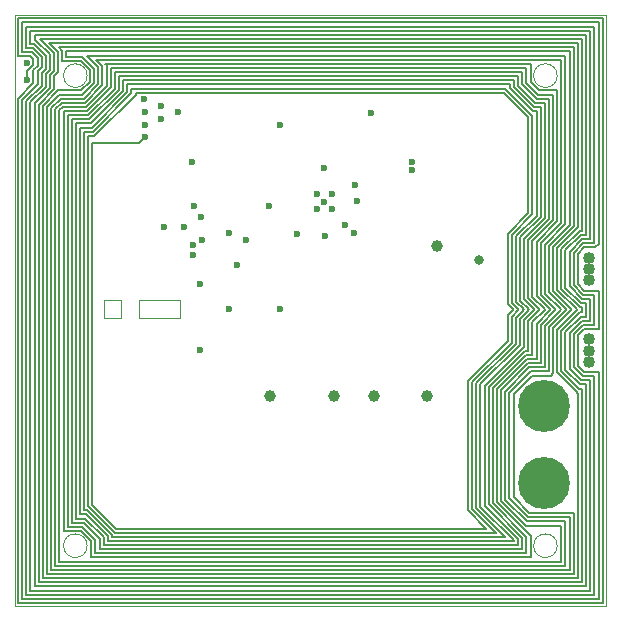
<source format=gbr>
%TF.GenerationSoftware,KiCad,Pcbnew,5.0.2-bee76a0~70~ubuntu18.04.1*%
%TF.CreationDate,2020-02-29T12:44:50-08:00*%
%TF.ProjectId,SolarCell+Y,536f6c61-7243-4656-9c6c-2b592e6b6963,rev?*%
%TF.SameCoordinates,Original*%
%TF.FileFunction,Copper,L2,Inr*%
%TF.FilePolarity,Positive*%
%FSLAX46Y46*%
G04 Gerber Fmt 4.6, Leading zero omitted, Abs format (unit mm)*
G04 Created by KiCad (PCBNEW 5.0.2-bee76a0~70~ubuntu18.04.1) date Sat 29 Feb 2020 12:44:50 PM PST*
%MOMM*%
%LPD*%
G01*
G04 APERTURE LIST*
%ADD10C,0.050000*%
%ADD11C,1.000000*%
%ADD12C,1.016000*%
%ADD13C,4.400000*%
%ADD14C,0.600000*%
%ADD15C,0.800000*%
%ADD16C,0.190000*%
G04 APERTURE END LIST*
D10*
X160500000Y-65600000D02*
X160500000Y-64100000D01*
X164000000Y-65600000D02*
X160500000Y-65600000D01*
X164000000Y-64100000D02*
X164000000Y-65600000D01*
X160500000Y-64100000D02*
X164000000Y-64100000D01*
X159000000Y-64100000D02*
X157500000Y-64100000D01*
X159000000Y-65650000D02*
X159000000Y-64100000D01*
X157500000Y-65650000D02*
X159000000Y-65650000D01*
X157500000Y-64100000D02*
X157500000Y-65650000D01*
X200000000Y-40000000D02*
X150000000Y-40000000D01*
X150000000Y-90000000D02*
X200000000Y-90000000D01*
X150000000Y-40000000D02*
X150000000Y-90000000D01*
X195900000Y-45100000D02*
G75*
G03X195900000Y-45100000I-1000000J0D01*
G01*
X156100000Y-84900000D02*
G75*
G03X156100000Y-84900000I-1000000J0D01*
G01*
X156100000Y-45100000D02*
G75*
G03X156100000Y-45100000I-1000000J0D01*
G01*
X195900000Y-84900000D02*
G75*
G03X195900000Y-84900000I-1000000J0D01*
G01*
X200000000Y-90000000D02*
X200000000Y-40000000D01*
D11*
X185750200Y-59512200D03*
X184835800Y-72263000D03*
X176987200Y-72263000D03*
X171602400Y-72263000D03*
X180424666Y-72263000D03*
D12*
X198566000Y-69330000D03*
X198566000Y-60530000D03*
X198566000Y-68380000D03*
X198566000Y-67430000D03*
X198566000Y-61480000D03*
X198566000Y-62430000D03*
D13*
X194800000Y-73100000D03*
X194800000Y-79600000D03*
D14*
X183593740Y-52415440D03*
X183593740Y-53050440D03*
X160978844Y-48166883D03*
X165112690Y-56134000D03*
X178796228Y-54378747D03*
X176174400Y-55806340D03*
X175574980Y-55144184D03*
X176844980Y-55144184D03*
X175567340Y-56413400D03*
X176844980Y-56388784D03*
X164338000Y-57912000D03*
X162575240Y-57912000D03*
X172417740Y-49303940D03*
X168148000Y-64897000D03*
X172466000Y-64897000D03*
X178689000Y-58420000D03*
X165684200Y-62738000D03*
X165684200Y-68300600D03*
X168148000Y-58420000D03*
X164973000Y-52451000D03*
X168783000Y-61147520D03*
D15*
X189300000Y-60700000D03*
D14*
X163830000Y-48196500D03*
X165700000Y-57100000D03*
X165862000Y-59055000D03*
X165100000Y-59436026D03*
X165100000Y-60325000D03*
X151000000Y-45500000D03*
X161036000Y-50292000D03*
X151003000Y-44005500D03*
X162359712Y-47637690D03*
X161036000Y-49276000D03*
X160909000Y-47117000D03*
X162369500Y-48750000D03*
X169560240Y-59019440D03*
X176184580Y-52959784D03*
X177942240Y-57749440D03*
X171528750Y-56161940D03*
X173878240Y-58471590D03*
X176218027Y-58650475D03*
X180164740Y-48224440D03*
X178954084Y-55753784D03*
D16*
X160528000Y-50800000D02*
X161036000Y-50292000D01*
X156550000Y-50800000D02*
X160528000Y-50800000D01*
X156550000Y-81450000D02*
X156550000Y-50800000D01*
X158550000Y-83450000D02*
X156550000Y-81450000D01*
X189900000Y-83450000D02*
X158550000Y-83450000D01*
X188350000Y-81900000D02*
X189900000Y-83450000D01*
X188350000Y-70950000D02*
X188350000Y-81900000D01*
X191700000Y-67600000D02*
X188350000Y-70950000D01*
X191700000Y-65400000D02*
X191700000Y-67600000D01*
X192150000Y-64950000D02*
X191700000Y-65400000D01*
X192150000Y-64900000D02*
X192150000Y-64950000D01*
X188700000Y-81800000D02*
X190700000Y-83800000D01*
X188700000Y-71050000D02*
X188700000Y-81800000D01*
X192050000Y-67700000D02*
X188700000Y-71050000D01*
X192050000Y-65500000D02*
X192050000Y-67700000D01*
X192600000Y-64950000D02*
X192050000Y-65500000D01*
X192600000Y-64900000D02*
X192600000Y-64950000D01*
X192050000Y-64350000D02*
X192600000Y-64900000D01*
X192050000Y-58600000D02*
X192050000Y-64350000D01*
X193800000Y-56850000D02*
X192050000Y-58600000D01*
X193800000Y-48500000D02*
X193800000Y-56850000D01*
X191500000Y-46200000D02*
X193800000Y-48500000D01*
X159850000Y-46200000D02*
X191500000Y-46200000D01*
X159850000Y-46600000D02*
X159850000Y-46200000D01*
X156600000Y-49850000D02*
X159850000Y-46600000D01*
X155850000Y-49850000D02*
X156600000Y-49850000D01*
X155850000Y-81900000D02*
X155850000Y-49850000D01*
X156100000Y-81900000D02*
X155850000Y-81900000D01*
X158200000Y-84000000D02*
X156100000Y-81900000D01*
X158200000Y-84150000D02*
X158200000Y-84000000D01*
X191500000Y-84150000D02*
X158200000Y-84150000D01*
X189050000Y-81700000D02*
X191500000Y-84150000D01*
X189050000Y-71150000D02*
X189050000Y-81700000D01*
X192400000Y-67800000D02*
X189050000Y-71150000D01*
X192400000Y-65600000D02*
X192400000Y-67800000D01*
X193000000Y-65000000D02*
X192400000Y-65600000D01*
X193000000Y-64950000D02*
X193000000Y-65000000D01*
X193050000Y-64900000D02*
X193000000Y-64950000D01*
X192400000Y-64250000D02*
X193050000Y-64900000D01*
X193850000Y-48100000D02*
X194150000Y-48100000D01*
X191900000Y-45850000D02*
X191900000Y-46150000D01*
X159500000Y-45850000D02*
X191900000Y-45850000D01*
X159500000Y-46500000D02*
X159500000Y-45850000D01*
X156500000Y-49500000D02*
X159500000Y-46500000D01*
X192750000Y-67900000D02*
X189400000Y-71250000D01*
X192750000Y-65700000D02*
X192750000Y-67900000D01*
X193450000Y-65000000D02*
X192750000Y-65700000D01*
X193450000Y-64950000D02*
X193450000Y-65000000D01*
X193500000Y-64900000D02*
X193450000Y-64950000D01*
X192750000Y-64150000D02*
X193500000Y-64900000D01*
X192750000Y-58800000D02*
X192750000Y-64150000D01*
X194500000Y-57050000D02*
X192750000Y-58800000D01*
X194500000Y-47750000D02*
X194500000Y-57050000D01*
X192250000Y-45500000D02*
X192250000Y-46050000D01*
X159150000Y-45500000D02*
X192250000Y-45500000D01*
X159150000Y-46400000D02*
X159150000Y-45500000D01*
X156400000Y-49150000D02*
X159150000Y-46400000D01*
X193750000Y-70500000D02*
X192200000Y-72050000D01*
X197100000Y-64900000D02*
X197100000Y-64950000D01*
X154450000Y-48450000D02*
X156200000Y-48450000D01*
X153700000Y-42700000D02*
X197300000Y-42700000D01*
X153400000Y-47950000D02*
X153950000Y-47400000D01*
X157500000Y-84850000D02*
X157500000Y-84200000D01*
X154000000Y-43000000D02*
X153700000Y-42700000D01*
X153400000Y-86600000D02*
X153400000Y-47950000D01*
X192600000Y-84850000D02*
X157500000Y-84850000D01*
X154000000Y-43850000D02*
X154000000Y-43000000D01*
X196600000Y-86600000D02*
X153400000Y-86600000D01*
X192600000Y-84350000D02*
X192600000Y-84850000D01*
X196600000Y-82850000D02*
X196600000Y-86600000D01*
X152350000Y-47650000D02*
X153651525Y-46348475D01*
X152350000Y-87650000D02*
X152350000Y-47650000D01*
X197650000Y-87650000D02*
X152350000Y-87650000D01*
X193800000Y-59100000D02*
X193800000Y-63850000D01*
X197650000Y-72000000D02*
X197650000Y-87650000D01*
X197600000Y-71950000D02*
X197650000Y-72000000D01*
X195900000Y-70200000D02*
X197600000Y-71900000D01*
X197550000Y-64950000D02*
X195900000Y-66600000D01*
X195900000Y-59700000D02*
X195900000Y-63250000D01*
X155800000Y-47050000D02*
X157050000Y-45800000D01*
X152900000Y-42350000D02*
X197650000Y-42350000D01*
X153050000Y-86950000D02*
X153050000Y-47850000D01*
X152000000Y-88000000D02*
X152000000Y-47550000D01*
X190800000Y-71650000D02*
X190800000Y-81200000D01*
X198000000Y-88000000D02*
X152000000Y-88000000D01*
X193350000Y-69100000D02*
X190800000Y-71650000D01*
X198000000Y-71600000D02*
X198000000Y-88000000D01*
X197750000Y-71600000D02*
X198000000Y-71600000D01*
X196250000Y-70100000D02*
X197750000Y-71600000D01*
X194050000Y-47400000D02*
X194850000Y-47400000D01*
X196250000Y-66700000D02*
X196250000Y-70100000D01*
X192600000Y-45950000D02*
X194050000Y-47400000D01*
X197800000Y-65150000D02*
X196250000Y-66700000D01*
X197800000Y-58250000D02*
X196250000Y-59800000D01*
X196250000Y-83200000D02*
X196250000Y-86250000D01*
X198000000Y-42000000D02*
X198000000Y-58250000D01*
X153650000Y-43100000D02*
X152900000Y-42350000D01*
X197900000Y-65500000D02*
X196600000Y-66800000D01*
X156450000Y-85900000D02*
X156450000Y-84485723D01*
X151400000Y-43100000D02*
X150600000Y-43100000D01*
X152100000Y-42000000D02*
X198000000Y-42000000D01*
X196200000Y-64900000D02*
X196100000Y-65000000D01*
X153650000Y-44800000D02*
X153650000Y-43100000D01*
X198350000Y-65500000D02*
X197900000Y-65500000D01*
X193650000Y-85900000D02*
X156450000Y-85900000D01*
X151900000Y-43600000D02*
X151400000Y-43100000D01*
X153300000Y-43200000D02*
X152100000Y-42000000D01*
X153300000Y-45150000D02*
X153650000Y-44800000D01*
X193653493Y-85896507D02*
X193650000Y-85900000D01*
X151900000Y-44300000D02*
X151900000Y-43600000D01*
X153300000Y-44700000D02*
X153300000Y-43200000D01*
X153300000Y-46250000D02*
X153300000Y-45150000D01*
X193653493Y-84053493D02*
X193653493Y-85896507D01*
X152000000Y-47550000D02*
X153300000Y-46250000D01*
X190800000Y-81200000D02*
X193653493Y-84053493D01*
X151650000Y-88350000D02*
X151650000Y-47450000D01*
X150950000Y-40950000D02*
X199050000Y-40950000D01*
X198350000Y-88350000D02*
X151650000Y-88350000D01*
X198350000Y-71250000D02*
X198350000Y-88350000D01*
X197850000Y-71250000D02*
X198350000Y-71250000D01*
X194850000Y-63550000D02*
X196200000Y-64900000D01*
X198350000Y-58600000D02*
X197900000Y-58600000D01*
X194850000Y-59400000D02*
X194850000Y-63550000D01*
X198350000Y-41650000D02*
X198350000Y-58600000D01*
X151000000Y-44750000D02*
X151550000Y-44200000D01*
X151700000Y-41650000D02*
X198350000Y-41650000D01*
X197650000Y-67100000D02*
X197650000Y-69700000D01*
X197600000Y-71900000D02*
X197600000Y-71950000D01*
X150247010Y-89752990D02*
X150247010Y-47052990D01*
X151700000Y-42050000D02*
X151700000Y-41650000D01*
X152950000Y-44600000D02*
X152950000Y-43300000D01*
X152600000Y-44950000D02*
X152950000Y-44600000D01*
X152600000Y-46050000D02*
X152600000Y-44950000D01*
X196250000Y-63150000D02*
X197800000Y-64700000D01*
X153750000Y-86250000D02*
X153750000Y-48050000D01*
X151300000Y-47350000D02*
X152600000Y-46050000D01*
X196250000Y-59800000D02*
X196250000Y-63150000D01*
X196250000Y-86250000D02*
X153750000Y-86250000D01*
X151300000Y-88700000D02*
X151300000Y-47350000D01*
X198700000Y-88700000D02*
X151300000Y-88700000D01*
X197950000Y-70900000D02*
X198700000Y-70900000D01*
X195550000Y-59600000D02*
X195550000Y-63350000D01*
X155150000Y-82600000D02*
X155150000Y-49150000D01*
X197300000Y-42700000D02*
X197300000Y-57850000D01*
X152600000Y-44500000D02*
X152600000Y-43400000D01*
X152950000Y-43300000D02*
X151700000Y-42050000D01*
X150600000Y-47150000D02*
X151900000Y-45850000D01*
X190450000Y-81300000D02*
X193300000Y-84150000D01*
X197650000Y-60200000D02*
X197650000Y-62750000D01*
X151900000Y-44750000D02*
X152250000Y-44400000D01*
X199400000Y-66550000D02*
X198200000Y-66550000D01*
X192250000Y-46050000D02*
X193950000Y-47750000D01*
X196600000Y-66800000D02*
X196600000Y-70000000D01*
X156450000Y-84485723D02*
X155614277Y-83650000D01*
X198200000Y-59650000D02*
X197650000Y-60200000D01*
X151550000Y-43700000D02*
X151300000Y-43450000D01*
X198350000Y-64350000D02*
X198350000Y-65500000D01*
X199100000Y-59650000D02*
X198200000Y-59650000D01*
X196600000Y-63050000D02*
X197900000Y-64350000D01*
X151550000Y-44200000D02*
X151550000Y-43700000D01*
X199400000Y-40600000D02*
X199400000Y-59350000D01*
X198000000Y-58250000D02*
X197800000Y-58250000D01*
X198700000Y-70900000D02*
X198700000Y-88700000D01*
X155614277Y-43850000D02*
X154000000Y-43850000D01*
X199400000Y-70200000D02*
X199400000Y-89400000D01*
X196600000Y-59900000D02*
X196600000Y-63050000D01*
X150600000Y-40600000D02*
X199400000Y-40600000D01*
X192200000Y-72050000D02*
X192200000Y-80801976D01*
X197900000Y-58600000D02*
X196600000Y-59900000D01*
X150600000Y-43100000D02*
X150600000Y-40600000D01*
X157500000Y-84200000D02*
X155900000Y-82600000D01*
X153651525Y-46348475D02*
X155615801Y-46348475D01*
X151300000Y-43450000D02*
X150250000Y-43450000D01*
X195900000Y-63250000D02*
X197550000Y-64900000D01*
X198150000Y-70200000D02*
X199400000Y-70200000D01*
X193100000Y-58900000D02*
X193100000Y-64050000D01*
X195550000Y-70300000D02*
X195350000Y-70500000D01*
X198000000Y-58950000D02*
X196950000Y-60000000D01*
X193548024Y-82150000D02*
X197300000Y-82150000D01*
X195200000Y-57250000D02*
X193450000Y-59000000D01*
X198700000Y-65850000D02*
X198000000Y-65850000D01*
X191850000Y-80900000D02*
X193450000Y-82500000D01*
X152250000Y-44400000D02*
X152250000Y-43500000D01*
X198200000Y-66550000D02*
X197650000Y-67100000D01*
X193950000Y-47750000D02*
X194500000Y-47750000D01*
X196600000Y-70000000D02*
X197850000Y-71250000D01*
X155614277Y-83650000D02*
X154100000Y-83650000D01*
X197900000Y-64350000D02*
X198350000Y-64350000D01*
X199400000Y-59350000D02*
X199100000Y-59650000D01*
X151650000Y-47450000D02*
X152950000Y-46150000D01*
X199050000Y-40950000D02*
X199050000Y-59250000D01*
X199400000Y-89400000D02*
X150600000Y-89400000D01*
X152950000Y-45050000D02*
X153300000Y-44700000D01*
X151550000Y-44650000D02*
X151900000Y-44300000D01*
X195550000Y-57350000D02*
X193800000Y-59100000D01*
X193950000Y-64950000D02*
X193100000Y-65800000D01*
X195550000Y-66500000D02*
X195550000Y-70300000D01*
X150247010Y-40247010D02*
X199752990Y-40247010D01*
X158450000Y-46200000D02*
X158450000Y-44800000D01*
X198700000Y-58950000D02*
X198000000Y-58950000D01*
X199752990Y-40247010D02*
X199752990Y-89752990D01*
X196950000Y-69900000D02*
X197950000Y-70900000D01*
X199752990Y-89752990D02*
X150247010Y-89752990D01*
X196600000Y-57650000D02*
X194850000Y-59400000D01*
X197100000Y-64950000D02*
X195550000Y-66500000D01*
X156200000Y-48450000D02*
X158450000Y-46200000D01*
X198700000Y-41300000D02*
X198700000Y-58950000D01*
X195350000Y-70500000D02*
X193750000Y-70500000D01*
X196950000Y-60000000D02*
X196950000Y-62950000D01*
X197550000Y-64900000D02*
X197550000Y-64950000D01*
X190700000Y-83800000D02*
X158450000Y-83800000D01*
X154150000Y-48100000D02*
X156100000Y-48100000D01*
X157150000Y-84300000D02*
X155800000Y-82950000D01*
X198050000Y-70550000D02*
X199050000Y-70550000D01*
X198200000Y-63300000D02*
X199400000Y-63300000D01*
X193100000Y-68050000D02*
X193050000Y-68050000D01*
X150247010Y-47052990D02*
X151550000Y-45750000D01*
X160200000Y-46550000D02*
X191400000Y-46550000D01*
X155500000Y-82250000D02*
X155500000Y-49500000D01*
X194250000Y-46700000D02*
X195550000Y-46700000D01*
X199050000Y-70550000D02*
X199050000Y-89050000D01*
X199400000Y-63300000D02*
X199400000Y-66550000D01*
X193050000Y-68050000D02*
X189750000Y-71350000D01*
X152950000Y-46150000D02*
X152950000Y-45050000D01*
X151550000Y-45750000D02*
X151550000Y-44650000D01*
X155500000Y-49500000D02*
X156500000Y-49500000D01*
X195550000Y-46700000D02*
X195550000Y-57350000D01*
X199050000Y-89050000D02*
X150950000Y-89050000D01*
X197300000Y-60100000D02*
X197300000Y-62850000D01*
X197800000Y-64700000D02*
X198000000Y-64700000D01*
X198100000Y-63650000D02*
X199050000Y-63650000D01*
X197650000Y-42350000D02*
X197650000Y-57950000D01*
X153050000Y-47850000D02*
X153850000Y-47050000D01*
X152250000Y-43500000D02*
X151500000Y-42750000D01*
X196950000Y-62950000D02*
X198000000Y-64000000D01*
X197650000Y-69700000D02*
X198150000Y-70200000D01*
X195200000Y-70150000D02*
X193650000Y-70150000D01*
X198000000Y-64700000D02*
X198000000Y-65150000D01*
X199050000Y-63650000D02*
X199050000Y-66200000D01*
X197650000Y-57950000D02*
X195900000Y-59700000D01*
X153850000Y-47050000D02*
X155800000Y-47050000D01*
X151500000Y-42750000D02*
X150950000Y-42750000D01*
X198000000Y-64000000D02*
X198700000Y-64000000D01*
X193650000Y-70150000D02*
X191850000Y-71950000D01*
X198000000Y-65150000D02*
X197800000Y-65150000D01*
X199050000Y-66200000D02*
X198100000Y-66200000D01*
X192200000Y-80801976D02*
X193548024Y-82150000D01*
X150950000Y-42750000D02*
X150950000Y-40950000D01*
X157050000Y-45800000D02*
X157050000Y-44400000D01*
X198700000Y-64000000D02*
X198700000Y-65850000D01*
X191850000Y-71950000D02*
X191850000Y-80900000D01*
X197300000Y-69800000D02*
X198050000Y-70550000D01*
X189750000Y-81500000D02*
X192600000Y-84350000D01*
X150950000Y-89050000D02*
X150950000Y-47250000D01*
X150950000Y-47250000D02*
X152250000Y-45950000D01*
X152250000Y-45950000D02*
X152250000Y-44850000D01*
X152250000Y-44850000D02*
X152600000Y-44500000D01*
X197300000Y-57850000D02*
X195550000Y-59600000D01*
X155900000Y-82600000D02*
X155150000Y-82600000D01*
X152600000Y-43400000D02*
X151600000Y-42400000D01*
X151600000Y-42400000D02*
X151300000Y-42400000D01*
X195550000Y-63350000D02*
X197100000Y-64900000D01*
X151900000Y-45850000D02*
X151900000Y-44750000D01*
X154450000Y-83300000D02*
X154450000Y-48450000D01*
X155150000Y-49150000D02*
X156400000Y-49150000D01*
X151300000Y-42400000D02*
X151300000Y-41300000D01*
X151300000Y-41300000D02*
X198700000Y-41300000D01*
X198000000Y-65850000D02*
X196950000Y-66900000D01*
X193450000Y-82500000D02*
X196950000Y-82500000D01*
X196950000Y-66900000D02*
X196950000Y-69900000D01*
X197300000Y-82150000D02*
X197300000Y-87300000D01*
X199050000Y-59250000D02*
X199000000Y-59300000D01*
X193450000Y-59000000D02*
X193450000Y-63950000D01*
X197300000Y-87300000D02*
X152700000Y-87300000D01*
X193450000Y-68400000D02*
X193150000Y-68400000D01*
X152700000Y-87300000D02*
X152700000Y-47750000D01*
X193150000Y-68400000D02*
X190100000Y-71450000D01*
X155615801Y-46348475D02*
X156352026Y-45612250D01*
X152700000Y-47750000D02*
X153750000Y-46700000D01*
X190100000Y-71450000D02*
X190100000Y-81400000D01*
X156352026Y-45612250D02*
X156352026Y-44587749D01*
X151000000Y-45500000D02*
X151000000Y-44750000D01*
X153750000Y-46700000D02*
X155700000Y-46700000D01*
X198100000Y-66200000D02*
X197300000Y-67000000D01*
X190100000Y-81400000D02*
X192950000Y-84250000D01*
X156352026Y-44587749D02*
X155614277Y-43850000D01*
X155700000Y-46700000D02*
X156700000Y-45700000D01*
X197300000Y-67000000D02*
X197300000Y-69800000D01*
X192950000Y-84250000D02*
X192950000Y-85200000D01*
X156700000Y-45700000D02*
X156700000Y-44500000D01*
X156700000Y-44500000D02*
X155700000Y-43500000D01*
X155700000Y-43500000D02*
X154350000Y-43500000D01*
X154350000Y-43500000D02*
X154350000Y-43050000D01*
X154350000Y-43050000D02*
X196950000Y-43050000D01*
X196950000Y-43050000D02*
X196950000Y-57750000D01*
X196950000Y-57750000D02*
X195200000Y-59500000D01*
X195200000Y-59500000D02*
X195200000Y-63450000D01*
X195200000Y-63450000D02*
X196650000Y-64900000D01*
X195900000Y-66600000D02*
X195900000Y-70200000D01*
X189750000Y-71350000D02*
X189750000Y-81500000D01*
X196650000Y-64900000D02*
X196650000Y-64950000D01*
X150600000Y-89400000D02*
X150600000Y-47150000D01*
X196650000Y-64950000D02*
X195200000Y-66400000D01*
X197650000Y-62750000D02*
X198200000Y-63300000D01*
X195200000Y-66400000D02*
X195200000Y-70150000D01*
X196950000Y-82500000D02*
X196950000Y-86950000D01*
X196950000Y-86950000D02*
X153050000Y-86950000D01*
X157050000Y-44400000D02*
X156050000Y-43400000D01*
X158450000Y-83800000D02*
X156200000Y-81550000D01*
X156100000Y-48100000D02*
X158100000Y-46100000D01*
X156050000Y-43400000D02*
X196600000Y-43400000D01*
X156200000Y-81550000D02*
X156200000Y-50200000D01*
X158100000Y-46100000D02*
X158100000Y-44450000D01*
X196600000Y-43400000D02*
X196600000Y-57650000D01*
X196100000Y-65000000D02*
X196100000Y-65050000D01*
X196100000Y-65050000D02*
X194850000Y-66300000D01*
X194850000Y-66300000D02*
X194850000Y-69800000D01*
X194850000Y-69800000D02*
X193550000Y-69800000D01*
X193550000Y-69800000D02*
X191500000Y-71850000D01*
X191500000Y-71850000D02*
X191500000Y-81000000D01*
X191500000Y-81000000D02*
X193350000Y-82850000D01*
X193350000Y-82850000D02*
X196600000Y-82850000D01*
X153950000Y-47400000D02*
X155900000Y-47400000D01*
X155900000Y-47400000D02*
X157400000Y-45900000D01*
X189400000Y-71250000D02*
X189400000Y-81600000D01*
X157400000Y-45900000D02*
X157400000Y-44300000D01*
X189400000Y-81600000D02*
X192250000Y-84450000D01*
X157400000Y-44300000D02*
X156850000Y-43750000D01*
X192250000Y-84450000D02*
X192200000Y-84500000D01*
X156850000Y-43750000D02*
X196250000Y-43750000D01*
X192200000Y-84500000D02*
X157850000Y-84500000D01*
X196250000Y-43750000D02*
X196250000Y-57550000D01*
X156200000Y-50200000D02*
X156700000Y-50200000D01*
X157850000Y-84500000D02*
X157850000Y-84100000D01*
X158100000Y-44450000D02*
X193300000Y-44450000D01*
X196250000Y-57550000D02*
X194500000Y-59300000D01*
X156700000Y-50200000D02*
X160200000Y-46700000D01*
X157850000Y-84100000D02*
X156000000Y-82250000D01*
X193300000Y-44450000D02*
X193300000Y-45750000D01*
X194500000Y-59300000D02*
X194500000Y-63650000D01*
X160200000Y-46700000D02*
X160200000Y-46550000D01*
X156000000Y-82250000D02*
X155500000Y-82250000D01*
X193300000Y-45750000D02*
X194250000Y-46700000D01*
X194500000Y-63650000D02*
X195750000Y-64900000D01*
X195750000Y-64900000D02*
X195750000Y-64950000D01*
X191400000Y-46550000D02*
X193450000Y-48600000D01*
X195750000Y-64950000D02*
X194500000Y-66200000D01*
X193450000Y-48600000D02*
X193450000Y-56750000D01*
X194500000Y-66200000D02*
X194500000Y-69450000D01*
X193450000Y-56750000D02*
X191700000Y-58500000D01*
X194500000Y-69450000D02*
X193450000Y-69450000D01*
X191700000Y-58500000D02*
X191700000Y-64450000D01*
X193450000Y-69450000D02*
X191150000Y-71750000D01*
X191700000Y-64450000D02*
X192150000Y-64900000D01*
X191150000Y-71750000D02*
X191150000Y-81100000D01*
X193800000Y-66000000D02*
X193800000Y-68750000D01*
X193250000Y-83200000D02*
X196250000Y-83200000D01*
X153750000Y-48050000D02*
X154050000Y-47750000D01*
X154050000Y-47750000D02*
X156000000Y-47750000D01*
X194150000Y-48100000D02*
X194150000Y-56950000D01*
X193800000Y-68750000D02*
X193250000Y-68750000D01*
X156000000Y-47750000D02*
X157750000Y-46000000D01*
X194150000Y-56950000D02*
X192400000Y-58700000D01*
X193250000Y-68750000D02*
X190450000Y-71550000D01*
X156800000Y-85550000D02*
X156800000Y-84400000D01*
X157750000Y-46000000D02*
X157750000Y-44200000D01*
X156800000Y-84400000D02*
X155700000Y-83300000D01*
X157750000Y-44200000D02*
X157650000Y-44100000D01*
X155700000Y-83300000D02*
X154450000Y-83300000D01*
X157650000Y-44100000D02*
X193650000Y-44100000D01*
X193650000Y-44100000D02*
X193650000Y-45619852D01*
X193650000Y-45619852D02*
X194380148Y-46350000D01*
X194380148Y-46350000D02*
X195900000Y-46350000D01*
X195900000Y-46350000D02*
X195900000Y-57450000D01*
X195300000Y-64950000D02*
X194150000Y-66100000D01*
X194150000Y-66100000D02*
X194150000Y-69100000D01*
X194150000Y-69100000D02*
X193350000Y-69100000D01*
X154100000Y-83650000D02*
X154100000Y-48150000D01*
X191900000Y-46150000D02*
X193850000Y-48100000D01*
X191150000Y-81100000D02*
X193250000Y-83200000D01*
X194850000Y-64950000D02*
X193800000Y-66000000D01*
X192400000Y-58700000D02*
X192400000Y-64250000D01*
X190450000Y-71550000D02*
X190450000Y-81300000D01*
X193300000Y-84150000D02*
X193300000Y-85550000D01*
X193300000Y-85550000D02*
X156800000Y-85550000D01*
X195900000Y-57450000D02*
X194150000Y-59200000D01*
X158450000Y-44800000D02*
X192950000Y-44800000D01*
X194150000Y-59200000D02*
X194150000Y-63750000D01*
X192950000Y-44800000D02*
X192950000Y-45850000D01*
X194150000Y-63750000D02*
X195300000Y-64900000D01*
X192950000Y-45850000D02*
X194150000Y-47050000D01*
X195300000Y-64900000D02*
X195300000Y-64950000D01*
X194150000Y-47050000D02*
X195200000Y-47050000D01*
X195200000Y-47050000D02*
X195200000Y-57250000D01*
X199000000Y-59300000D02*
X198100000Y-59300000D01*
X193450000Y-63950000D02*
X194400000Y-64900000D01*
X198100000Y-59300000D02*
X197300000Y-60100000D01*
X194400000Y-64900000D02*
X194400000Y-64950000D01*
X194400000Y-64950000D02*
X193450000Y-65900000D01*
X197300000Y-62850000D02*
X198100000Y-63650000D01*
X193450000Y-65900000D02*
X193450000Y-68400000D01*
X192950000Y-85200000D02*
X157150000Y-85200000D01*
X154100000Y-48150000D02*
X154150000Y-48100000D01*
X157150000Y-85200000D02*
X157150000Y-84300000D01*
X155800000Y-82950000D02*
X154800000Y-82950000D01*
X154800000Y-82950000D02*
X154800000Y-48800000D01*
X154800000Y-48800000D02*
X156300000Y-48800000D01*
X156300000Y-48800000D02*
X158800000Y-46300000D01*
X158800000Y-46300000D02*
X158800000Y-45150000D01*
X158800000Y-45150000D02*
X192600000Y-45150000D01*
X192600000Y-45150000D02*
X192600000Y-45950000D01*
X193800000Y-63850000D02*
X194850000Y-64900000D01*
X194850000Y-47400000D02*
X194850000Y-57150000D01*
X194850000Y-64900000D02*
X194850000Y-64950000D01*
X194850000Y-57150000D02*
X193100000Y-58900000D01*
X193100000Y-64050000D02*
X193950000Y-64900000D01*
X193950000Y-64900000D02*
X193950000Y-64950000D01*
X193100000Y-65800000D02*
X193100000Y-68050000D01*
X150247010Y-40397010D02*
X150247010Y-40247010D01*
X150250000Y-40400000D02*
X150247010Y-40397010D01*
X150250000Y-43450000D02*
X150250000Y-40400000D01*
M02*

</source>
